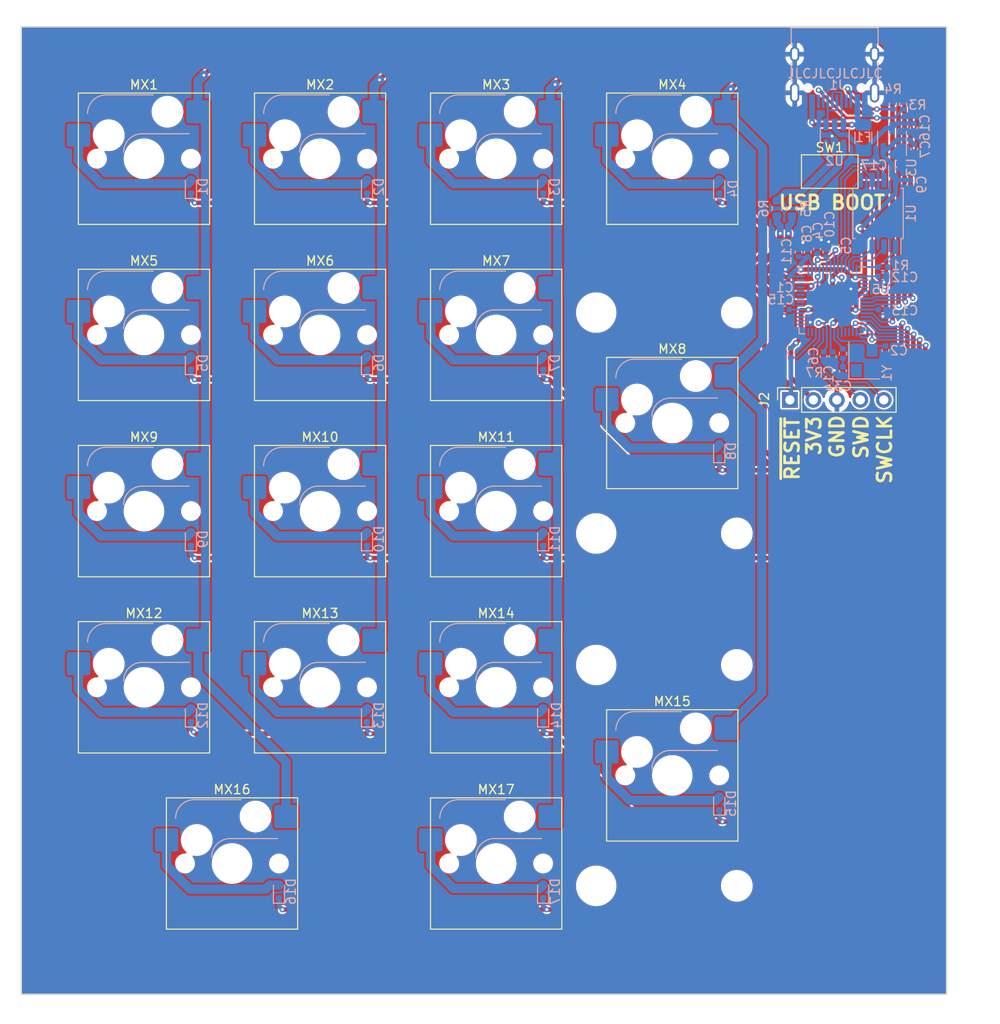
<source format=kicad_pcb>
(kicad_pcb (version 20221018) (generator pcbnew)
  (layers (0 "F.Cu" signal) (31 "B.Cu" signal) (34 "B.Paste" user) (35 "F.Paste" user) (36 "B.SilkS" user "B.Silkscreen") (37 "F.SilkS" user "F.Silkscreen") (38 "B.Mask" user) (39 "F.Mask" user) (44 "Edge.Cuts" user))
  (net 0 "")
  (net 1 "+3V3")
  (net 2 "GND")
  (net 3 "XTAL_IN")
  (net 4 "/XTAL_O")
  (net 5 "+1V1")
  (net 6 "+5V")
  (net 7 "VBUS")
  (net 8 "/CC1")
  (net 9 "D_USB_P")
  (net 10 "D_USB_N")
  (net 11 "/CC2")
  (net 12 "ROW1")
  (net 13 "~{RESET}")
  (net 14 "SWD")
  (net 15 "SWCLK")
  (net 16 "/GPIO14")
  (net 17 "/GPIO15")
  (net 18 "/GPIO16")
  (net 19 "/GPIO17")
  (net 20 "/GPIO18")
  (net 21 "/GPIO19")
  (net 22 "/GPIO0")
  (net 23 "/GPIO1")
  (net 24 "/GPIO2")
  (net 25 "/GPIO3")
  (net 26 "/GPIO4")
  (net 27 "COL4")
  (net 28 "/~{USB_BOOT}")
  (net 29 "CS")
  (net 30 "D_P")
  (net 31 "D_N")
  (net 32 "XTAL_OUT")
  (net 33 "SD1")
  (net 34 "SD2")
  (net 35 "SD0")
  (net 36 "QSPI_CLK")
  (net 37 "SD3")
  (net 38 "/GPIO20")
  (net 39 "/GPIO21")
  (net 40 "/GPIO22")
  (net 41 "/GPIO23")
  (net 42 "/GPIO24")
  (net 43 "/GPIO25")
  (net 44 "/GPIO26")
  (net 45 "/GPIO27")
  (net 46 "/GPIO28")
  (net 47 "/GPIO29")
  (net 48 "Net-(D1-A)")
  (net 49 "Net-(D2-A)")
  (net 50 "Net-(D3-A)")
  (net 51 "Net-(D4-A)")
  (net 52 "ROW2")
  (net 53 "Net-(D5-A)")
  (net 54 "Net-(D6-A)")
  (net 55 "Net-(D7-A)")
  (net 56 "Net-(D8-A)")
  (net 57 "ROW3")
  (net 58 "Net-(D9-A)")
  (net 59 "Net-(D10-A)")
  (net 60 "Net-(D11-A)")
  (net 61 "ROW4")
  (net 62 "Net-(D12-A)")
  (net 63 "Net-(D13-A)")
  (net 64 "Net-(D14-A)")
  (net 65 "Net-(D15-A)")
  (net 66 "ROW5")
  (net 67 "Net-(D16-A)")
  (net 68 "Net-(D17-A)")
  (net 71 "USBD_P")
  (net 72 "COL1")
  (net 73 "COL2")
  (net 74 "COL3")
  (net 75 "USBD_N")
  (footprint "PCM_Switch_Keyboard_Hotswap_Kailh:SW_Hotswap_Kailh_MX_1.00u" (layer "F.Cu") (at 90.625 34.461)
    (fp_text reference "MX4")
    (fp_text value "SW_Push")
  )
  (footprint "Button_Switch_SMD:SW_SPST_FSMSM" (layer "F.Cu") (at 107.66 35.85)
    (fp_text reference "SW1")
    (fp_text value "SW_Push")
  )
  (footprint "PCM_Mounting_Keyboard_Stabilizer:Stabilizer_Cherry_MX_2.00u" (layer "F.Cu") (at 90.625 63.036 -90)
    (fp_text reference "REF**" hide)
    (fp_text value "Stabilizer_Cherry_MX_2.00u")
  )
  (footprint "PCM_Switch_Keyboard_Hotswap_Kailh:SW_Hotswap_Kailh_MX_2.00u" (layer "F.Cu") (at 43 110.661)
    (fp_text reference "MX16")
    (fp_text value "SW_Push")
  )
  (footprint "PCM_Switch_Keyboard_Hotswap_Kailh:SW_Hotswap_Kailh_MX_1.00u" (layer "F.Cu") (at 33.475 72.561)
    (fp_text reference "MX9")
    (fp_text value "SW_Push")
  )
  (footprint "PCM_Switch_Keyboard_Hotswap_Kailh:SW_Hotswap_Kailh_MX_1.00u" (layer "F.Cu") (at 52.525 72.561)
    (fp_text reference "MX10")
    (fp_text value "SW_Push")
  )
  (footprint "PCM_Switch_Keyboard_Hotswap_Kailh:SW_Hotswap_Kailh_MX_2.00u_90deg" (layer "F.Cu") (at 90.625 63.036)
    (fp_text reference "MX8")
    (fp_text value "SW_Push")
  )
  (footprint "PCM_Switch_Keyboard_Hotswap_Kailh:SW_Hotswap_Kailh_MX_2.00u_90deg" (layer "F.Cu") (at 90.625 101.136)
    (fp_text reference "MX15")
    (fp_text value "SW_Push")
  )
  (footprint "PCM_Switch_Keyboard_Hotswap_Kailh:SW_Hotswap_Kailh_MX_1.00u" (layer "F.Cu") (at 71.575 34.461)
    (fp_text reference "MX3")
    (fp_text value "SW_Push")
  )
  (footprint "PCM_Switch_Keyboard_Hotswap_Kailh:SW_Hotswap_Kailh_MX_1.00u" (layer "F.Cu") (at 71.575 110.661)
    (fp_text reference "MX17")
    (fp_text value "SW_Push")
  )
  (footprint "PCM_Switch_Keyboard_Hotswap_Kailh:SW_Hotswap_Kailh_MX_1.00u" (layer "F.Cu") (at 52.525 91.611)
    (fp_text reference "MX13")
    (fp_text value "SW_Push")
  )
  (footprint "PCM_Switch_Keyboard_Hotswap_Kailh:SW_Hotswap_Kailh_MX_1.00u" (layer "F.Cu") (at 52.525 53.511)
    (fp_text reference "MX6")
    (fp_text value "SW_Push")
  )
  (footprint "Connector_PinSocket_2.54mm:PinSocket_1x05_P2.54mm_Vertical" (layer "F.Cu") (at 103.35 60.536 90)
    (fp_text reference "J2")
    (fp_text value "SWD")
  )
  (footprint "PCM_Switch_Keyboard_Hotswap_Kailh:SW_Hotswap_Kailh_MX_1.00u" (layer "F.Cu") (at 71.575 72.561)
    (fp_text reference "MX11")
    (fp_text value "SW_Push")
  )
  (footprint "PCM_Switch_Keyboard_Hotswap_Kailh:SW_Hotswap_Kailh_MX_2.00u_90deg" (layer "F.Cu") (at 33.475 91.611)
    (fp_text reference "MX12")
    (fp_text value "SW_Push")
  )
  (footprint "PCM_Switch_Keyboard_Hotswap_Kailh:SW_Hotswap_Kailh_MX_1.00u" (layer "F.Cu") (at 52.525 34.461)
    (fp_text reference "MX2")
    (fp_text value "SW_Push")
  )
  (footprint "PCM_Switch_Keyboard_Hotswap_Kailh:SW_Hotswap_Kailh_MX_1.00u" (layer "F.Cu") (at 71.575 53.511)
    (fp_text reference "MX7")
    (fp_text value "SW_Push")
  )
  (footprint "PCM_Switch_Keyboard_Hotswap_Kailh:SW_Hotswap_Kailh_MX_1.00u" (layer "F.Cu") (at 33.475 34.461)
    (fp_text reference "MX1")
    (fp_text value "SW_Push")
  )
  (footprint "PCM_Switch_Keyboard_Hotswap_Kailh:SW_Hotswap_Kailh_MX_1.00u" (layer "F.Cu") (at 33.475 53.511)
    (fp_text reference "MX5")
    (fp_text value "SW_Push")
  )
  (footprint "PCM_Mounting_Keyboard_Stabilizer:Stabilizer_Cherry_MX_2.00u" (layer "F.Cu") (at 90.625 101.136 -90)
    (fp_text reference "REF**" hide)
    (fp_text value "Stabilizer_Cherry_MX_2.00u")
  )
  (footprint "PCM_Switch_Keyboard_Hotswap_Kailh:SW_Hotswap_Kailh_MX_1.00u" (layer "F.Cu") (at 71.575 91.611)
    (fp_text reference "MX14")
    (fp_text value "SW_Push")
  )
  (footprint "Diode_SMD:D_SOD-523" (layer "B.Cu") (at 76.655 56.541 90)
    (fp_text reference "D7")
    (fp_text value "1N4148WT")
  )
  (footprint "Diode_SMD:D_SOD-523" (layer "B.Cu") (at 76.655 37.491 90)
    (fp_text reference "D3")
    (fp_text value "1N4148WT")
  )
  (footprint "Capacitor_SMD:C_0402_1005Metric" (layer "B.Cu") (at 106.2875 44.236 90)
    (fp_text reference "C4")
    (fp_text value "1uF")
  )
  (footprint "Diode_SMD:D_SOD-523" (layer "B.Cu") (at 95.705 104.166 90)
    (fp_text reference "D15")
    (fp_text value "1N4148WT")
  )
  (footprint "Resistor_SMD:R_0603_1608Metric" (layer "B.Cu") (at 101.95 39.836 -90)
    (fp_text reference "R6")
    (fp_text value "27R")
  )
  (footprint "Fuse:Fuse_1206_3216Metric" (layer "B.Cu") (at 111.3 32.191 -90)
    (fp_text reference "F1")
    (fp_text value "500mA")
  )
  (footprint "Package_DFN_QFN:QFN-56-1EP_7x7mm_P0.4mm_EP3.2x3.2mm" (layer "B.Cu") (at 107.95 49.7735 180)
    (fp_text reference "U5")
    (fp_text value "RP2040")
  )
  (footprint "Resistor_SMD:R_0402_1005Metric" (layer "B.Cu") (at 115.6 28.591 90)
    (fp_text reference "R3")
    (fp_text value "5k1")
  )
  (footprint "Resistor_SMD:R_0402_1005Metric" (layer "B.Cu") (at 114.5 28.591 90)
    (fp_text reference "R4")
    (fp_text value "5k1")
  )
  (footprint "Package_SO:SOIC-8_5.23x5.23mm_P1.27mm" (layer "B.Cu") (at 112.8875 40.3735 90)
    (fp_text reference "U1")
    (fp_text value "W25Q128JVS")
  )
  (footprint "Capacitor_SMD:C_0402_1005Metric" (layer "B.Cu") (at 104.2875 44.5735 90)
    (fp_text reference "C11")
    (fp_text value "100nF" hide)
  )
  (footprint "Connector_USB:USB_C_Receptacle_HRO_TYPE-C-31-M-12" (layer "B.Cu") (at 108.19 24.2)
    (fp_text reference "J1")
    (fp_text value "USB_C_Receptacle_USB2.0")
  )
  (footprint "Capacitor_SMD:C_0402_1005Metric" (layer "B.Cu") (at 105.2875 44.5735 90)
    (fp_text reference "C8")
    (fp_text value "1uF")
  )
  (footprint "Diode_SMD:D_SOD-523" (layer "B.Cu") (at 76.655 113.691 90)
    (fp_text reference "D17")
    (fp_text value "1N4148WT")
  )
  (footprint "Capacitor_SMD:C_0402_1005Metric" (layer "B.Cu") (at 114.8 34.991 180)
    (fp_text reference "C17")
    (fp_text value "1uF")
  )
  (footprint "Diode_SMD:D_SOD-523" (layer "B.Cu") (at 76.655 75.591 90)
    (fp_text reference "D11")
    (fp_text value "1N4148WT")
  )
  (footprint "Capacitor_SMD:C_0402_1005Metric" (layer "B.Cu") (at 113.3875 50.7735)
    (fp_text reference "C13")
    (fp_text value "100nF")
  )
  (footprint "Diode_SMD:D_SOD-523" (layer "B.Cu") (at 95.705 66.066 90)
    (fp_text reference "D8")
    (fp_text value "1N4148WT")
  )
  (footprint "Diode_SMD:D_SOD-523" (layer "B.Cu") (at 38.555 56.541 90)
    (fp_text reference "D5")
    (fp_text value "1N4148WT")
  )
  (footprint "Capacitor_SMD:C_0402_1005Metric" (layer "B.Cu") (at 116.75 31.111 90)
    (fp_text reference "C16")
    (fp_text value "1uF")
  )
  (footprint "Capacitor_SMD:C_0402_1005Metric" (layer "B.Cu") (at 107.2875 44.5735 90)
    (fp_text reference "C10")
    (fp_text value "100nF")
  )
  (footprint "Capacitor_SMD:C_0402_1005Metric" (layer "B.Cu") (at 102.7875 50.7735 180)
    (fp_text reference "C15")
    (fp_text value "100nF")
  )
  (footprint "Package_TO_SOT_SMD:SOT-23-6" (layer "B.Cu") (at 108.2 31.891 90)
    (fp_text reference "U2")
    (fp_text value "USBLC6-2SC6")
  )
  (footprint "Capacitor_SMD:C_0402_1005Metric" (layer "B.Cu") (at 106.9875 55.836 -90)
    (fp_text reference "C6")
    (fp_text value "100nF")
  )
  (footprint "Resistor_SMD:R_0402_1005Metric" (layer "B.Cu") (at 113.3975 46.1735 180)
    (fp_text reference "R1")
    (fp_text value "1k")
  )
  (footprint "Diode_SMD:D_SOD-523" (layer "B.Cu") (at 57.605 94.641 90)
    (fp_text reference "D13")
    (fp_text value "1N4148WT")
  )
  (footprint "Diode_SMD:D_SOD-523" (layer "B.Cu") (at 38.555 94.641 90)
    (fp_text reference "D12")
    (fp_text value "1N4148WT")
  )
  (footprint "Capacitor_SMD:C_0402_1005Metric" (layer "B.Cu") (at 108.2875 43.8735 90)
    (fp_text reference "C5")
    (fp_text value "100nF")
  )
  (footprint "Diode_SMD:D_SOD-523" (layer "B.Cu") (at 38.555 37.491 90)
    (fp_text reference "D1")
    (fp_text value "1N4148WT")
  )
  (footprint "Capacitor_SMD:C_0402_1005Metric" (layer "B.Cu") (at 116.8 33.4 -90)
    (fp_text reference "C7")
    (fp_text value "10uF")
  )
  (footprint "Capacitor_SMD:C_0402_1005Metric" (layer "B.Cu") (at 102.8075 47.1735 180)
    (fp_text reference "C1")
    (fp_text value "100nF")
  )
  (footprint "Capacitor_SMD:C_0402_1005Metric" (layer "B.Cu") (at 113.6875 55.1735 90)
    (fp_text reference "C2")
    (fp_text value "22pF")
  )
  (footprint "Capacitor_SMD:C_0402_1005Metric" (layer "B.Cu") (at 116.3875 37.2735 -90)
    (fp_text reference "C9")
    (fp_text value "100nF")
  )
  (footprint "Diode_SMD:D_SOD-523" (layer "B.Cu") (at 57.605 56.541 90)
    (fp_text reference "D6")
    (fp_text value "1N4148WT")
  )
  (footprint "Capacitor_SMD:C_0402_1005Metric" (layer "B.Cu") (at 109.0875 57.436 90)
    (fp_text reference "C3")
    (fp_text value "22pF")
  )
  (footprint "Resistor_SMD:R_0603_1608Metric" (layer "B.Cu") (at 103.55 39.836 -90)
    (fp_text reference "R5")
    (fp_text value "27R")
  )
  (footprint "Diode_SMD:D_SOD-523" (layer "B.Cu") (at 95.705 37.491 90)
    (fp_text reference "D4")
    (fp_text value "1N4148WT")
  )
  (footprint "Diode_SMD:D_SOD-523" (layer "B.Cu") (at 48.08 113.691 90)
    (fp_text reference "D16")
    (fp_text value "1N4148WT")
  )
  (footprint "Crystal:Crystal_SMD_3225-4Pin_3.2x2.5mm" (layer "B.Cu") (at 111.3875 56.2735 90)
    (fp_text reference "Y1")
    (fp_text value "12MHz")
  )
  (footprint "Resistor_SMD:R_0402_1005Metric" (layer "B.Cu") (at 103.45 55.446 -90)
    (fp_text reference "R2" hide)
    (fp_text value "1k")
  )
  (footprint "Capacitor_SMD:C_0402_1005Metric" (layer "B.Cu") (at 113.3875 47.1735)
    (fp_text reference "C12")
    (fp_text value "100nF")
  )
  (footprint "Diode_SMD:D_SOD-523" (layer "B.Cu") (at 57.605 75.591 90)
    (fp_text reference "D10")
    (fp_text value "1N4148WT")
  )
  (footprint "Diode_SMD:D_SOD-523" (layer "B.Cu") (at 38.555 75.591 90)
    (fp_text reference "D9")
    (fp_text value "1N4148WT")
  )
  (footprint "Diode_SMD:D_SOD-523" (layer "B.Cu") (at 57.605 37.491 90)
    (fp_text reference "D2")
    (fp_text value "1N4148WT")
  )
  (footprint "Resistor_SMD:R_0402_1005Metric" (layer "B.Cu") (at 109.0875 55.536 90)
    (fp_text reference "R7")
    (fp_text value "1k")
  )
  (footprint "Diode_SMD:D_SOD-523" (layer "B.Cu") (at 76.655 94.641 90)
    (fp_text reference "D14")
    (fp_text value "1N4148WT")
  )
  (footprint "Capacitor_SMD:C_0402_1005Metric" (layer "B.Cu") (at 107.9875 55.836 -90)
    (fp_text reference "C14")
    (fp_text value "100nF")
  )
  (footprint "Package_TO_SOT_SMD:SOT-23-3" (layer "B.Cu") (at 114.4 32.291 90)
    (fp_text reference "U3")
    (fp_text value "XC6206PxxxMR")
  )
  (gr_rect (start 20.2 20.2) (end 120.3 124.8) (stroke (width 0.15)) (fill none) (layer "Edge.Cuts"))
  (gr_text "JLCJLCJLCJLC" (at 108.25 25.25) (layer "B.SilkS") (effects (font (size 1 1))))
  (gr_text "SWCLK" (at 113.6 65.9 90) (layer "F.SilkS") (effects (font (size 1.5 1.5) (thickness 0.3))))
  (gr_text "GND" (at 108.45 64.5 90) (layer "F.SilkS") (effects (font (size 1.5 1.5) (thickness 0.3))))
  (gr_text "3V3" (at 105.95 64.4 90) (layer "F.SilkS") (effects (font (size 1.5 1.5) (thickness 0.3))))
  (gr_text "~{RESET}" (at 103.6 65.8 90) (layer "F.SilkS") (effects (font (size 1.5 1.5) (thickness 0.3))))
  (gr_text "SWD" (at 111.05 64.55 90) (layer "F.SilkS") (effects (font (size 1.5 1.5) (thickness 0.3))))
  (gr_text "USB BOOT" (at 107.9 39.2) (layer "F.SilkS") (effects (font (size 1.5 1.5) (thickness 0.3))))
  (segment (start 104.55 53.836) (end 104.55 50.836) (width 0.5) (layer "F.Cu") (net 1))
  (segment (start 111.45 47.136) (end 111.45 48.536) (width 0.5) (layer "F.Cu") (net 1))
  (segment (start 110.528122 50.721878) (end 110.45 50.8) (width 0.5) (layer "F.Cu") (net 1))
  (segment (start 104 54.386) (end 104.55 53.836) (width 0.5) (layer "F.Cu") (net 1))
  (segment (start 107.967132 47.614884) (end 107.967132 50.018868) (width 0.5) (layer "F.Cu") (net 1))
  (segment (start 105.294308 50.836) (end 105.356112 50.774196) (width 0.5) (layer "F.Cu") (net 1))
  (segment (start 111.45 46.336) (end 111.45 46.736) (width 0.5) (layer "F.Cu") (net 1))
  (segment (start 110.401193 50.751193) (end 110.45 50.8) (width 0.5) (layer "F.Cu") (net 1))
  (segment (start 107.967132 47.184852) (end 107.967132 47.614884) (width 0.5) (layer "F.Cu") (net 1))
  (segment (start 111.45 48.536) (end 110.528122 49.457878) (width 0.5) (layer "F.Cu") (net 1))
  (segment (start 103.45 58.096) (end 105.89 60.536) (width 0.5) (layer "F.Cu") (net 1))
  (segment (start 109.534807 50.751193) (end 110.401193 50.751193) (width 0.5) (layer "F.Cu") (net 1))
  (segment (start 109.184016 46.436) (end 109.271016 46.523) (width 0.5) (layer "F.Cu") (net 1))
  (segment (start 110.95 42.036) (end 111.45 42.536) (width 0.5) (layer "F.Cu") (net 1))
  (segment (start 107.967132 50.018868) (end 107.211804 50.774196) (width 0.5) (layer "F.Cu") (net 1))
  (segment (start 103.45 54.936) (end 103.45 58.096) (width 0.5) (layer "F.Cu") (net 1))
  (segment (start 111.45 47.136) (end 110.95 47.136) (width 0.5) (layer "F.Cu") (net 1))
  (segment (start 111.45 42.536) (end 111.45 46.336) (width 0.5) (layer "F.Cu") (net 1))
  (segment (start 104.55 50.836) (end 105.294308 50.836) (width 0.5) (layer "F.Cu") (net 1))
  (segment (start 104.55 46.436) (end 109.184016 46.436) (width 0.5) (layer "F.Cu") (net 1))
  (segment (start 111.45 46.736) (end 111.45 47.136) (width 0.5) (layer "F.Cu") (net 1))
  (segment (start 110.95 47.136) (end 110.588696 47.136) (width 0.5) (layer "F.Cu") (net 1))
  (segment (start 109.271016 46.523) (end 108.628984 46.523) (width 0.5) (layer "F.Cu") (net 1))
  (segment (start 104 54.386) (end 103.45 54.936) (width 0.5) (layer "F.Cu") (net 1))
  (segment (start 107.211804 50.774196) (end 105.356112 50.774196) (width 0.5) (layer "F.Cu") (net 1))
  (segment (start 110.95 47.136) (end 109.884016 47.136) (width 0.5) (layer "F.Cu") (net 1))
  (segment (start 110.588696 47.136) (end 110.43087 47.293826) (width 0.5) (layer "F.Cu") (net 1))
  (segment (start 108.628984 46.523) (end 107.967132 47.184852) (width 0.5) (layer "F.Cu") (net 1))
  (segment (start 109.884016 47.136) (end 109.271016 46.523) (width 0.5) (layer "F.Cu") (net 1))
  (segment (start 109.534807 50.751193) (end 108.05 52.236) (width 0.5) (layer "F.Cu") (net 1))
  (segment (start 110.528122 49.457878) (end 110.528122 50.721878) (width 0.5) (layer "F.Cu") (net 1))
  (via (at 110.95 42.036) (size 0.65) (drill 0.3) (layers "F.Cu" "B.Cu") (net 1))
  (via (at 107.967132 47.614884) (size 0.65) (drill 0.3) (layers "F.Cu" "B.Cu") (net 1))
  (via (at 104 54.386) (size 0.65) (drill 0.3) (layers "F.Cu" "B.Cu") (net 1))
  (via (at 110.45 50.8) (size 0.65) (drill 0.3) (layers "F.Cu" "B.Cu") (net 1))
  (via (at 110.43087 47.293826) (size 0.65) (drill 0.3) (layers "F.Cu" "B.Cu") (net 1))
  (via (at 105.356112 50.774196) (size 0.65) (drill 0.3) (layers "F.Cu" "B.Cu") (net 1))
  (via (at 108.05 52.236) (size 0.65) (drill 0.3) (layers "F.Cu" "B.Cu") (net 1))
  (via (at 104.55 46.436) (size 0.65) (drill 0.3) (layers "F.Cu" "B.Cu") (net 1))
  (segment (start 111.3875 47.1735) (end 110.551196 47.1735) (width 0.2) (layer "B.Cu") (net 1))
  (segment (start 105.75 45.736) (end 105.75 46.336) (width 0.2) (layer "B.Cu") (net 1))
  (segment (start 104.5125 50.7735) (end 103.2675 50.7735) (width 0.2) (layer "B.Cu") (net 1))
  (segment (start 107.75 45.516) (end 107.2875 45.0535) (width 0.2) (layer "B.Cu") (net 1))
  (segment (start 113.45 33.4285) (end 113.909683 33.4285) (width 0.5) (layer "B.Cu") (net 1))
  (segment (start 104.55 45.791) (end 105.2875 45.0535) (width 0.5) (layer "B.Cu") (net 1))
  (segment (start 112.9075 50.7735) (end 111.3875 50.7735) (width 0.2) (layer "B.Cu") (net 1))
  (segment (start 105.35 46.336) (end 105.35 47.011) (width 0.2) (layer "B.Cu") (net 1))
  (segment (start 104 54.386) (end 103.45 54.936) (width 0.5) (layer "B.Cu") (net 1))
  (segment (start 105.356112 50.774196) (end 105.355416 50.7735) (width 0.2) (layer "B.Cu") (net 1))
  (segment (start 107.35 45.116) (end 107.2875 45.0535) (width 0.2) (layer "B.Cu") (net 1))
  (segment (start 107.75 55.1185) (end 107.9875 55.356) (width 0.2) (layer "B.Cu") (net 1))
  (segment (start 104.5125 47.1735) (end 103.2875 47.1735) (width 0.2) (layer "B.Cu") (net 1))
  (segment (start 114.7925 36.7735) (end 116.3675 36.7735) (width 0.5) (layer "B.Cu") (net 1))
  (segment (start 116.3675 36.7735) (end 116.3875 36.7935) (width 0.5) (layer "B.Cu") (net 1))
  (segment (start 110.4765 50.7735) (end 110.45 50.8) (width 0.2) (layer "B.Cu") (net 1))
  (segment (start 114.972183 32.366) (end 116.246 32.366) (width 0.5) (layer "B.Cu") (net 1))
  (segment (start 105.55 45.316) (end 105.55 45.536) (width 0.2) (layer "B.Cu") (net 1))
  (segment (start 107.75 46.336) (end 107.75 45.516) (width 0.2) (layer "B.Cu") (net 1))
  (segment (start 105.376471 47.062471) (end 105.75 47.062471) (width 0.2) (layer "B.Cu") (net 1))
  (segment (start 107.75 52.536) (end 108.05 52.236) (width 0.2) (layer "B.Cu") (net 1))
  (segment (start 107.967132 47.269248) (end 107.75 47.052116) (width 0.2) (layer "B.Cu") (net 1))
  (segment (start 107.75 53.211) (end 107.75 55.1185) (width 0.2) (layer "B.Cu") (net 1))
  (segment (start 105.55 45.536) (end 105.75 45.736) (width 0.2) (layer "B.Cu") (net 1))
  (segment (start 104.55 46.436) (end 104.55 45.791) (width 0.5) (layer "B.Cu") (net 1))
  (segment (start 105.355416 50.7735) (end 104.5125 50.7735) (width 0.2) (layer "B.Cu") (net 1))
  (segment (start 107.75 53.211) (end 107.75 52.536) (width 0.2) (layer "B.Cu") (net 1))
  (segment (start 113.45 34.121) (end 114.32 34.991) (width 0.5) (layer "B.Cu") (net 1))
  (segment (start 105.75 47.062471) (end 105.75 46.336) (width 0.2) (layer "B.Cu") (net 1))
  (segment (start 105.35 47.036) (end 105.376471 47.062471) (width 0.2) (layer "B.Cu") (net 1))
  (segment (start 107.35 46.336) (end 107.35 45.116) (width 0.2) (layer "B.Cu") (net 1))
  (segment (start 105.2875 45.0535) (end 105.55 45.316) (width 0.2) (layer "B.Cu") (net 1))
  (segment (start 104.2875 45.0535) (end 105.2875 45.0535) (width 0.2) (layer "B.Cu") (net 1))
  (segment (start 113.45 33.4285) (end 113.45 34.121) (width 0.5) (layer "B.Cu") (net 1))
  (segment (start 104.55 46.436) (end 104.025 46.436) (width 0.5) (layer "B.Cu") (net 1))
  (segment (start 114.32 34.991) (end 114.32 36.301) (width 0.5) (layer "B.Cu") (net 1))
  (segment (start 113.909683 33.4285) (end 114.972183 32.366) (width 0.5) (layer "B.Cu") (net 1))
  (segment (start 112.9075 47.1735) (end 111.3875 47.1735) (width 0.2) (layer "B.Cu") (net 1))
  (segment (start 107.967132 47.614884) (end 107.967132 47.269248) (width 0.2) (layer "B.Cu") (net 1))
  (segment (start 116.246 32.366) (end 116.8 32.92) (width 0.5) (layer "B.Cu") (net 1))
  (segment (start 114.32 36.301) (end 114.7925 36.7735) (width 0.5) (layer "B.Cu") (net 1))
  (segment (start 111.3875 50.7735) (end 110.4765 50.7735) (width 0.2) (layer "B.Cu") (net 1))
  (segment (start 114.7925 38.1935) (end 110.95 42.036) (width 0.5) (layer "B.Cu") (net 1))
  (segment (start 104.025 46.436) (end 103.2875 47.1735) (width 0.5) (layer "B.Cu") (net 1))
  (segment (start 114.7925 36.7735) (end 114.7925 38.1935) (width 0.5) (layer "B.Cu") (net 1))
  (segment (start 110.551196 47.1735) (end 110.43087 47.293826) (width 0.2) (layer "B.Cu") (net 1))
  (segment (start 107.75 47.052116) (end 107.75 46.336) (width 0.2) (layer "B.Cu") (net 1))
  (segment (start 106.353984 53.236) (end 111.45 53.236) (width 0.5) (layer "F.Cu") (net 2))
  (segment (start 105.55 52.136) (end 105.55 52.432016) (width 0.5) (layer "F.Cu") (net 2))
  (segment (start 105.55 52.432016) (end 106.353984 53.236) (width 0.5) (layer "F.Cu") (net 2))
  (via (at 107.55 43.436) (size 0.6) (drill 0.3) (layers "F.Cu" "B.Cu") (net 2))
  (via (at 107.905864 32.009636) (size 0.6) (drill 0.3) (layers "F.Cu" "B.Cu") (net 2))
  (via (at 106.75 43.236) (size 0.6) (drill 0.3) (layers "F.Cu" "B.Cu") (net 2))
  (via (at 113.524333 47.806308) (size 0.65) (drill 0.3) (layers "F.Cu" "B.Cu") (net 2))
  (via (at 105.55 52.136) (size 0.6) (drill 0.3) (layers "F.Cu" "B.Cu") (net 2))
  (via (at 102.868502 46.428068) (size 0.6) (drill 0.3) (layers "F.Cu" "B.Cu") (net 2))
  (via (at 102.736659 51.480906) (size 0.65) (drill 0.3) (layers "F.Cu" "B.Cu") (net 2))
  (via (at 113.4063 51.502806) (size 0.65) (drill 0.3) (layers "F.Cu" "B.Cu") (net 2))
  (via (at 109.95 48.536) (size 0.6) (drill 0.3) (layers "F.Cu" "B.Cu") (net 2))
  (via (at 108.15 57.336) (size 0.6) (drill 0.3) (layers "F.Cu" "B.Cu") (net 2))
  (via (at 104.75 43.536) (size 0.6) (drill 0.3) (layers "F.Cu" "B.Cu") (net 2))
  (via (at 111.45 53.236) (size 0.6) (drill 0.3) (layers "F.Cu" "B.Cu") (net 2))
  (segment (start 102.3075 50.7735) (end 102.3075 51.051747) (width 0.2) (layer "B.Cu") (net 2))
  (segment (start 102.3275 46.96907) (end 102.868502 46.428068) (width 0.2) (layer "B.Cu") (net 2))
  (segment (start 104.2875 43.9985) (end 104.75 43.536) (width 0.2) (layer "B.Cu") (net 2))
  (segment (start 107.2875 43.6985) (end 107.55 43.436) (width 0.2) (layer "B.Cu") (net 2))
  (segment (start 105.2875 44.0735) (end 104.75 43.536) (width 0.2) (layer "B.Cu") (net 2))
  (segment (start 106.2875 43.6985) (end 106.75 43.236) (width 0.2) (layer "B.Cu") (net 2))
  (segment (start 104.2875 44.0935) (end 104.2875 43.9985) (width 0.2) (layer "B.Cu") (net 2))
  (segment (start 108.2 33.0285) (end 108.2 32.303772) (width 0.5) (layer "B.Cu") (net 2))
  (segment (start 102.3275 47.1735) (end 102.3275 46.96907) (width 0.2) (layer "B.Cu") (net 2))
  (segment (start 106.9875 56.316) (end 107.23828 56.316) (width 0.2) (layer "B.Cu") (net 2))
  (segment (start 113.8675 51.041606) (end 113.4063 51.502806) (width 0.2) (layer "B.Cu") (net 2))
  (segment (start 105.2875 44.0935) (end 105.2875 44.0735) (width 0.2) (layer "B.Cu") (net 2))
  (segment (start 102.3075 51.051747) (end 102.736659 51.480906) (width 0.2) (layer "B.Cu") (net 2))
  (segment (start 113.8675 47.1735) (end 113.8675 47.463141) (width 0.2) (layer "B.Cu") (net 2))
  (segment (start 113.8675 47.463141) (end 113.524333 47.806308) (width 0.2) (layer "B.Cu") (net 2))
  (segment (start 108.2 32.303772) (end 107.905864 32.009636) (width 0.5) (layer "B.Cu") (net 2))
  (segment (start 107.2875 44.0935) (end 107.2875 43.6985) (width 0.2) (layer "B.Cu") (net 2))
  (segment (start 113.8675 50.7735) (end 113.8675 51.041606) (width 0.2) (layer "B.Cu") (net 2))
  (segment (start 107.55 43.436) (end 108.245 43.436) (width 0.2) (layer "B.Cu") (net 2))
  (segment (start 108.245 43.436) (end 108.2875 43.3935) (width 0.2) (layer "B.Cu") (net 2))
  (segment (start 106.2875 43.756) (end 106.2875 43.6985) (width 0.2) (layer "B.Cu") (net 2))
  (segment (start 108.55 53.211) (end 108.55 53.836) (width 0.2) (layer "B.Cu") (net 3))
  (segment (start 112.2375 55.0735) (end 112.2375 55.1735) (width 0.2) (layer "B.Cu") (net 3))
  (segment (start 113.6875 54.6935) (end 112.7175 54.6935) (width 0.2) (layer "B.Cu") (net 3))
  (segment (start 111.3375 54.1735) (end 112.2375 55.0735) (width 0.2) (layer "B.Cu") (net 3))
  (segment (start 108.55 53.836) (end 108.8875 54.1735) (width 0.2) (layer "B.Cu") (net 3))
  (segment (start 108.8875 54.1735) (end 111.3375 54.1735) (width 0.2) (layer "B.Cu") (net 3))
  (segment (start 112.7175 54.6935) (end 112.2375 55.1735) (width 0.2) (layer "B.Cu") (net 3))
  (segment (start 109.0875 56.956) (end 109.0875 56.046) (width 0.2) (layer "B.Cu") (net 4))
  (segment (start 110.5375 57.3735) (end 109.505 57.3735) (width 0.2) (layer "B.Cu") (net 4))
  (segment (start 109.505 57.3735) (end 109.0875 56.956) (width 0.2) (layer "B.Cu") (net 4))
  (segment (start 107.235616 45.390884) (end 108.273 44.3535) (width 0.2) (layer "F.Cu") (net 5))
  (segment (start 106.45 52.236) (end 107.15 52.236) (width 0.2) (layer "F.Cu") (net 5))
  (segment (start 106.361742 45.390884) (end 107.235616 45.390884) (width 0.2) (layer "F.Cu") (net 5))
  (segment (start 108.95 50.436) (end 108.95 47.298) (width 0.2) (layer "F.Cu") (net 5))
  (segment (start 107.15 52.236) (end 108.95 50.436) (width 0.2) (layer "F.Cu") (net 5))
  (via (at 108.273 44.3535) (size 0.65) (drill 0.3) (layers "F.Cu" "B.Cu") (net 5))
  (via (at 108.95 47.298) (size 0.65) (drill 0.3) (layers "F.Cu" "B.Cu") (net 5))
  (via (at 106.361742 45.390884) (size 0.65) (drill 0.3) (layers "F.Cu" "B.Cu") (net 5))
  (via (at 106.45 52.236) (size 0.65) (drill 0.3) (layers "F.Cu" "B.Cu") (net 5))
  (segment (start 108.95 47.298) (end 108.579525 47.298) (width 0.2) (layer "B.Cu") (net 5))
  (segment (start 107.35 53.211) (end 107.35 54.811) (width 0.2) (layer "B.Cu") (net 5))
  (segment (start 106.361742 45.390884) (end 106.361742 44.790242) (width 0.2) (layer "B.Cu") (net 5))
  (segment (start 108.2875 44.3535) (end 108.273 44.3535) (width 0.2) (layer "B.Cu") (net 5))
  (segment (start 106.15 45.602626) (end 106.361742 45.390884) (width 0.2) (layer "B.Cu") (net 5))
  (segment (start 106.15 46.336) (end 106.15 45.602626) (width 0.2) (layer "B.Cu") (net 5))
  (segment (start 107.35 52.678525) (end 107.35 53.211) (width 0.2) (layer "B.Cu") (net 5))
  (segment (start 106.361742 44.790242) (end 106.2875 44.716) (width 0.2) (layer "B.Cu") (net 5))
  (segment (start 106.45 52.236) (end 106.907475 52.236) (width 0.2) (layer "B.Cu") (net 5))
  (segment (start 108.15 44.491) (end 108.2875 44.3535) (width 0.2) (layer "B.Cu") (net 5))
  (segment (start 106.907475 52.236) (end 107.35 52.678525) (width 0.2) (layer "B.Cu") (net 5))
  (segment (start 108.15 46.868475) (end 108.15 46.336) (width 0.2) (layer "B.Cu") (net 5))
  (segment (start 108.579525 47.298) (end 108.15 46.868475) (width 0.2) (layer "B.Cu") (net 5))
  (segment (start 108.15 46.336) (end 108.15 44.491) (width 0.2) (layer "B.Cu") (net 5))
  (segment (start 107.35 54.811) (end 106.9875 55.1735) (width 0.2) (layer "B.Cu") (net 5))
  (segment (start 111.3 33.591) (end 113.7375 31.1535) (width 0.5) (layer "B.Cu") (net 6))
  (segment (start 114.4 31.1535) (end 114.9225 30.631) (width 0.5) (layer "B.Cu") (net 6))
  (segment (start 108.751472 31.866) (end 108.2 31.314528) (width 0.5) (layer "B.Cu") (net 6))
  (segment (start 109.575 31.866) (end 108.751472 31.866) (width 0.5) (layer "B.Cu") (net 6))
  (segment (start 113.7375 31.1535) (end 114.4 31.1535) (width 0.5) (layer "B.Cu") (net 6))
  (segment (start 108.2 31.314528) (end 108.2 30.7535) (width 0.5) (layer "B.Cu") (net 6))
  (segment (start 114.9225 30.631) (end 116.75 30.631) (width 0.5) (layer "B.Cu") (net 6))
  (segment (start 111.3 33.591) (end 109.575 31.866) (width 0.5) (layer "B.Cu") (net 6))
  (segment (start 105.991 30.791) (end 105.75 30.55) (width 0.5) (layer "F.Cu") (net 7))
  (segment (start 110.05 30.791) (end 105.991 30.791) (width 0.5) (layer "F.Cu") (net 7))
  (via (at 105.75 30.55) (size 0.6) (drill 0.3) (layers "F.Cu" "B.Cu") (net 7))
  (via (at 110.05 30.791) (size 0.65) (drill 0.3) (layers "F.Cu" "B.Cu") (net 7))
  (segment (start 111.3 30.791) (end 110.64 30.131) (width 0.6) (layer "B.Cu") (net 7))
  (segment (start 105.75 30.55) (end 105.75 28.255) (width 0.6) (layer "B.Cu") (net 7))
  (segment (start 111.3 30.791) (end 110.05 30.791) (width 0.5) (layer "B.Cu") (net 7))
  (segment (start 105.75 28.255) (end 105.74 28.245) (width 0.6) (layer "B.Cu") (net 7))
  (segment (start 110.64 30.131) (end 110.64 28.245) (width 0.6) (layer "B.Cu") (net 7))
  (segment (start 112.75 30.05) (end 109.45 30.05) (width 0.3) (layer "F.Cu") (net 8))
  (segment (start 109.45 30.05) (end 106.45 27.05) (width 0.3) (layer "F.Cu") (net 8))
  (via (at 112.75 30.05) (size 0.6) (drill 0.3) (layers "F.Cu" "B.Cu") (net 8))
  (via (at 106.45 27.05) (size 0.6) (drill 0.3) (layers "F.Cu" "B.Cu") (net 8))
  (segment (start 114.651 30.05) (end 112.75 30.05) (width 0.3) (layer "B.Cu") (net 8))
  (segment (start 106.62 27.05) (end 106.94 27.37) (width 0.3) (layer "B.Cu") (net 8))
  (segment (start 106.45 27.05) (end 106.62 27.05) (width 0.3) (layer "B.Cu") (net 8))
  (segment (start 106.94 27.37) (end 106.94 28.245) (width 0.3) (layer "B.Cu") (net 8))
  (segment (start 115.6 29.101) (end 114.651 30.05) (width 0.3) (layer "B.Cu") (net 8))
  (segment (start 108.94 30.5435) (end 109.15 30.7535) (width 0.2) (layer "B.Cu") (net 9))
  (segment (start 108.04 27.27) (end 108.89 27.27) (width 0.2) (layer "B.Cu") (net 9))
  (segment (start 107.94 28.245) (end 107.94 27.37) (width 0.2) (layer "B.Cu") (net 9))
  (segment (start 107.94 27.37) (end 108.04 27.27) (width 0.2) (layer "B.Cu") (net 9))
  (segment (start 108.94 28.245) (end 108.94 30.5435) (width 0.2) (layer "B.Cu") (net 9))
  (segment (start 108.94 27.32) (end 108.94 28.245) (width 0.2) (layer "B.Cu") (net 9))
  (segment (start 108.89 27.27) (end 108.94 27.32) (width 0.2) (layer "B.Cu") (net 9))
  (segment (start 108.39 29.22) (end 107.49 29.22) (width 0.2) (layer "B.Cu") (net 10))
  (segment (start 107.44 28.245) (end 107.44 30.5635) (width 0.2) (layer "B.Cu") (net 10))
  (segment (start 108.44 29.17) (end 108.39 29.22) (width 0.2) (layer "B.Cu") (net 10))
  (segment (start 108.44 28.245) (end 108.44 29.17) (width 0.2) (layer "B.Cu") (net 10))
  (segment (start 107.49 29.22) (end 107.44 29.17) (width 0.2) (layer "B.Cu") (net 10))
  (segment (start 107.44 29.17) (end 107.44 28.245) (width 0.2) (layer "B.Cu") (net 10))
  (segment (start 107.44 30.5635) (end 107.25 30.7535) (width 0.2) (layer "B.Cu") (net 10))
  (segment (start 109.6 26.9) (end 109.6 27.273469) (width 0.3) (layer "F.Cu") (net 11))
  (segment (start 111.426531 29.1) (end 112.75 29.1) (width 0.3) (layer "F.Cu") (net 11))
  (segment (start 109.6 27.273469) (end 111.426531 29.1) (width 0.3) (layer "F.Cu") (net 11))
  (via (at 109.6 26.9) (size 0.6) (drill 0.3) (layers "F.Cu" "B.Cu") (net 11))
  (via (at 112.75 29.1) (size 0.6) (drill 0.3) (layers "F.Cu" "B.Cu") (net 11))
  (segment (start 109.6 26.9) (end 109.94 27.24) (width 0.3) (layer "B.Cu") (net 11))
  (segment (start 109.94 27.24) (end 109.94 28.245) (width 0.3) (layer "B.Cu") (net 11))
  (segment (start 114.5 29.101) (end 112.751 29.101) (width 0.3) (layer "B.Cu") (net 11))
  (segment (start 112.751 29.101) (end 112.75 29.1) (width 0.2) (layer "B.Cu") (net 11))
  (segment (start 115.4 64.547524) (end 112.461524 67.486) (width 0.5) (layer "F.Cu") (net 12))
  (segment (start 115.4 52.386) (end 115.4 64.547524) (width 0.5) (layer "F.Cu") (net 12))
  (segment (start 112.461524 67.486) (end 102.1 67.486) (width 0.5) (layer "F.Cu") (net 12))
  (segment (start 115.55 52.236) (end 115.4 52.386) (width 0.5) (layer "F.Cu") (net 12))
  (segment (start 98.945 47.835127) (end 98.945 46.136872) (width 0.5) (layer "F.Cu") (net 12))
  (segment (start 100.6 44.481872) (end 100.6 41.986) (width 0.5) (layer "F.Cu") (net 12))
  (segment (start 38.95 39.236) (end 57.95 39.236) (width 0.5) (layer "F.Cu") (net 12))
  (segment (start 77.05 39.236) (end 96.05 39.236) (width 0.5) (layer "F.Cu") (net 12))
  (segment (start 57.95 39.236) (end 77.05 39.236) (width 0.5) (layer "F.Cu") (net 12))
  (segment (start 97.85 39.236) (end 96.05 39.236) (width 0.5) (layer "F.Cu") (net 12))
  (segment (start 100.6 41.986) (end 97.85 39.236) (width 0.5) (layer "F.Cu") (net 12))
  (segment (start 100.6 65.986) (end 100.6 49.490128) (width 0.5) (layer "F.Cu") (net 12))
  (segment (start 100.6 49.490128) (end 98.945 47.835127) (width 0.5) (layer "F.Cu") (net 12))
  (segment (start 102.1 67.486) (end 100.6 65.986) (width 0.5) (layer "F.Cu") (net 12))
  (segment (start 98.945 46.136872) (end 100.6 44.481872) (width 0.5) (layer "F.Cu") (net 12))
  (via (at 57.95 39.236) (size 0.6) (drill 0.3) (layers "F.Cu" "B.Cu") (net 12))
  (via (at 115.55 52.236) (size 0.6) (drill 0.3) (layers "F.Cu" "B.Cu") (net 12))
  (via (at 96.05 39.236) (size 0.6) (drill 0.3) (layers "F.Cu" "B.Cu") (net 12))
  (via (at 77.05 39.236) (size 0.6) (drill 0.3) (layers "F.Cu" "B.Cu") (net 12))
  (via (at 38.95 39.236) (size 0.6) (drill 0.3) (layers "F.Cu" "B.Cu") (net 12))
  (segment (start 113.231347 52.636) (end 115.15 52.636) (width 0.2) (layer "B.Cu") (net 12))
  (segment (start 95.705 38.191) (end 95.705 38.891) (width 0.5) (layer "B.Cu") (net 12))
  (segment (start 115.15 52.636) (end 115.55 52.236) (width 0.2) (layer "B.Cu") (net 12))
  (segment (start 38.555 38.841) (end 38.95 39.236) (width 0.5) (layer "B.Cu") (net 12))
  (segment (start 38.555 38.191) (end 38.555 38.841) (width 0.5) (layer "B.Cu") (net 12))
  (segment (start 111.3875 51.5735) (end 112.168847 51.5735) (width 0.2) (layer "B.Cu") (net 12))
  (segment (start 57.605 38.891) (end 57.95 39.236) (width 0.5) (layer "B.Cu") (net 12))
  (segment (start 57.605 38.191) (end 57.605 38.891) (width 0.5) (layer "B.Cu") (net 12))
  (segment (start 76.655 38.841) (end 77.05 39.236) (width 0.5) (layer "B.Cu") (net 12))
  (segment (start 112.168847 51.5735) (end 113.231347 52.636) (width 0.2) (layer "B.Cu") (net 12))
  (segment (start 76.655 38.191) (end 76.655 38.841) (width 0.5) (layer "B.Cu") (net 12))
  (segment (start 95.705 38.891) (end 96.05 39.236) (width 0.5) (layer "B.Cu") (net 12))
  (segment (start 104.098629 55.956) (end 103.45 55.956) (width 0.2) (layer "B.Cu") (net 13))
  (segment (start 103.45 55.956) (end 103.45 60.436) (width 0.5) (layer "B.Cu") (net 13))
  (segment (start 106.15 53.904629) (end 104.098629 55.956) (width 0.2) (layer "B.Cu") (net 13))
  (segment (start 106.15 53.211) (end 106.15 53.904629) (width 0.2) (layer "B.Cu") (net 13))
  (segment (start 103.45 60.436) (end 103.35 60.536) (width 0.5) (layer "B.Cu") (net 13))
  (segment (start 106.55 53.211) (end 106.55 54.070314) (width 0.2) (layer "B.Cu") (net 14))
  (segment (start 108.209561 59.036) (end 109.47 59.036) (width 0.2) (layer "B.Cu") (net 14))
  (segment (start 105.95 54.670315) (end 105.95 56.77644) (width 0.2) (layer "B.Cu") (net 14))
  (segment (start 105.95 56.77644) (end 108.209561 59.036) (width 0.2) (layer "B.Cu") (net 14))
  (segment (start 106.55 54.070314) (end 105.95 54.670315) (width 0.2) (layer "B.Cu") (net 14))
  (segment (start 109.47 59.036) (end 110.97 60.536) (width 0.2) (layer "B.Cu") (net 14))
  (segment (start 106.95 53.211) (end 106.95 54.236) (width 0.2) (layer "B.Cu") (net 15))
  (segment (start 106.35 56.610754) (end 108.375246 58.636) (width 0.2) (layer "B.Cu") (net 15))
  (segment (start 106.95 54.236) (end 106.35 54.836) (width 0.2) (layer "B.Cu") (net 15))
  (segment (start 108.375246 58.636) (end 111.61 58.636) (width 0.2) (layer "B.Cu") (net 15))
  (segment (start 106.35 54.836) (end 106.35 56.610754) (width 0.2) (layer "B.Cu") (net 15))
  (segment (start 111.61 58.636) (end 113.51 60.536) (width 0.2) (layer "B.Cu") (net 15))
  (segment (start 98.35 25.536) (end 113.516762 25.536) (width 0.5) (layer "F.Cu") (net 27))
  (segment (start 113.516762 25.536) (end 114.45 26.469238) (width 0.5) (layer "F.Cu") (net 27))
  (segment (start 114.45 26.469238) (end 114.45 52.0865) (width 0.5) (layer "F.Cu") (net 27))
  (segment (start 96.95 26.936) (end 98.35 25.536) (width 0.5) (layer "F.Cu") (net 27))
  (via (at 114.45 52.0865) (size 0.6) (drill 0.3) (layers "F.Cu" "B.Cu") (net 27))
  (via (at 96.95 26.936) (size 0.6) (drill 0.3) (layers "F.Cu" "B.Cu") (net 27))
  (segment (start 96.467 27.419) (end 96.95 26.936) (width 1) (layer "B.Cu") (net 27))
  (segment (start 96.467 29.381) (end 96.467 27.419) (width 1) (layer "B.Cu") (net 27))
  (segment (start 113.176821 52.0865) (end 114.45 52.0865) (width 0.2) (layer "B.Cu") (net 27))
  (segment (start 100.4 54.023) (end 96.467 57.956) (width 1) (layer "B.Cu") (net 27))
  (segment (start 111.3875 51.1735) (end 112.263821 51.1735) (width 0.2) (layer "B.Cu") (net 27))
  (segment (start 112.263821 51.1735) (end 113.176821 52.0865) (width 0.2) (layer "B.Cu") (net 27))
  (segment (start 96.467 57.956) (end 100.3 61.789) (width 1) (layer "B.Cu") (net 27))
  (segment (start 100.3 92.223) (end 96.467 96.056) (width 1) (layer "B.Cu") (net 27))
  (segment (start 96.467 29.381) (end 100.4 33.314) (width 1) (layer "B.Cu") (net 27))
  (segment (start 100.3 61.789) (end 100.3 92.223) (width 1) (layer "B.Cu") (net 27))
  (segment (start 100.4 33.314) (end 100.4 54.023) (width 1) (layer "B.Cu") (net 27))
  (segment (start 112.25 47.4) (end 113.55 48.7) (width 0.2) (layer "F.Cu") (net 28))
  (segment (start 112.25 35.85) (end 112.25 47.4) (width 0.2) (layer "F.Cu") (net 28))
  (via (at 113.55 48.7) (size 0.6) (drill 0.3) (layers "F.Cu" "B.Cu") (net 28))
  (segment (start 114.3975 46.6635) (end 113.9075 46.1735) (width 0.2) (layer "B.Cu") (net 28))
  (segment (start 113.55 48.7) (end 114.3975 47.8525) (width 0.2) (layer "B.Cu") (net 28))
  (segment (start 114.3975 47.8525) (end 114.3975 46.6635) (width 0.2) (layer "B.Cu") (net 28))
  (segment (start 110.55 46.336) (end 110.7125 46.1735) (width 0.2) (layer "B.Cu") (net 29))
  (segment (start 112.972317 46.1735) (end 114.7925 44.353317) (width 0.2) (layer "B.Cu") (net 29))
  (segment (start 112.8875 46.1735) (end 112.972317 46.1735) (width 0.2) (layer "B.Cu") (net 29))
  (segment (start 110.7125 46.1735) (end 112.8875 46.1735) (width 0.2) (layer "B.Cu") (net 29))
  (segment (start 114.7925 44.353317) (end 114.7925 43.9735) (width 0.2) (layer "B.Cu") (net 29))
  (segment (start 108.64 34.532251) (end 109.15 34.022251) (width 0.73) (layer "B.Cu") (net 30))
  (segment (start 108.64 35.268254) (end 108.64 34.532251) (width 0.73) (layer "B.Cu") (net 30))
  (segment (start 109.15 34.022251) (end 109.15 33.0285) (width 0.73) (layer "B.Cu") (net 30))
  (segment (start 104.897254 39.011) (end 108.64 35.268254) (width 0.73) (layer "B.Cu") (net 30))
  (segment (start 103.55 39.011) (end 104.897254 39.011) (width 0.73) (layer "B.Cu") (net 30))
  (segment (start 107.25 34.022251) (end 107.25 33.0285) (width 0.73) (layer "B.Cu") (net 31))
  (segment (start 102.83 38.131) (end 102.943837 38.131) (width 0.73) (layer "B.Cu") (net 31))
  (segment (start 107.76 34.903746) (end 107.76 34.532251) (width 0.73) (layer "B.Cu") (net 31))
  (segment (start 104.156163 38.131) (end 104.532746 38.131) (width 0.73) (layer "B.Cu") (net 31))
  (segment (start 102.943837 38.131) (end 102.978837 38.096) (width 0.73) (layer "B.Cu") (net 31))
  (segment (start 107.76 34.532251) (end 107.25 34.022251) (width 0.73) (layer "B.Cu") (net 31))
  (segment (start 101.95 39.011) (end 102.83 38.131) (width 0.73) (layer "B.Cu") (net 31))
  (segment (start 102.978837 38.096) (end 104.121163 38.096) (width 0.73) (layer "B.Cu") (net 31))
  (segment (start 104.121163 38.096) (end 104.156163 38.131) (width 0.73) (layer "B.Cu") (net 31))
  (segment (start 104.532746 38.131) (end 107.76 34.903746) (width 0.73) (layer "B.Cu") (net 31))
  (segment (start 108.15 54.001686) (end 108.15 53.211) (width 0.2) (layer "B.Cu") (net 32))
  (segment (start 109.0875 55.026) (end 109.0875 54.939186) (width 0.2) (layer "B.Cu") (net 32))
  (segment (start 109.0875 54.939186) (end 108.15 54.001686) (width 0.2) (layer "B.Cu") (net 32))
  (segment (start 110.15 45.685998) (end 110.362498 45.4735) (width 0.2) (layer "B.Cu") (net 33))
  (segment (start 110.15 46.336) (end 110.15 45.685998) (width 0.2) (layer "B.Cu") (net 33))
  (segment (start 112.188896 45.4735) (end 113.5225 44.139896) (width 0.2) (layer "B.Cu") (net 33))
  (segment (start 113.5225 44.139896) (end 113.5225 43.9735) (width 0.2) (layer "B.Cu") (net 33))
  (segment (start 110.362498 45.4735) (end 112.188896 45.4735) (width 0.2) (layer "B.Cu") (net 33))
  (segment (start 109.75 46.336) (end 109.75 45.520312) (width 0.2) (layer "B.Cu") (net 34))
  (segment (start 111.318896 45.0735) (end 112.2525 44.139896) (width 0.2) (layer "B.Cu") (net 34))
  (segment (start 112.2525 44.139896) (end 112.2525 43.9735) (width 0.2) (layer "B.Cu") (net 34))
  (segment (start 109.75 45.520312) (end 110.196812 45.0735) (width 0.2) (layer "B.Cu") (net 34))
  (segment (start 110.196812 45.0735) (end 111.318896 45.0735) (width 0.2) (layer "B.Cu") (net 34))
  (segment (start 109.6975 45.007126) (end 109.6975 38.0585) (width 0.2) (layer "B.Cu") (net 35))
  (segment (start 109.35 46.336) (end 109.35 45.354626) (width 0.2) (layer "B.Cu") (net 35))
  (segment (start 109.35 45.354626) (end 109.6975 45.007126) (width 0.2) (layer "B.Cu") (net 35))
  (segment (start 109.6975 38.0585) (end 110.9825 36.7735) (width 0.2) (layer "B.Cu") (net 35))
  (segment (start 112.2525 36.5385) (end 112.2525 36.7735) (width 0.2) (layer "B.Cu") (net 36))
  (segment (start 110.353186 35.6735) (end 111.3875 35.6735) (width 0.2) (layer "B.Cu") (net 36))
  (segment (start 109.2975 44.84144) (end 109.2975 36.729186) (width 0.2) (layer "B.Cu") (net 36))
  (segment (start 111.3875 35.6735) (end 112.2525 36.5385) (width 0.2) (layer "B.Cu") (net 36))
  (segment (start 109.2975 36.729186) (end 110.353186 35.6735) (width 0.2) (layer "B.Cu") (net 36))
  (segment (start 108.95 45.18894) (end 109.2975 44.84144) (width 0.2) (layer "B.Cu") (net 36))
  (segment (start 108.95 46.336) (end 108.95 45.18894) (width 0.2) (layer "B.Cu") (net 36))
  (segment (start 112.8875 35.2735) (end 113.5225 35.9085) (width 0.2) (layer "B.Cu") (net 37))
  (segment (start 113.5225 35.9085) (end 113.5225 36.7735) (width 0.2) (layer "B.Cu") (net 37))
  (segment (start 108.8975 36.5635) (end 110.1875 35.2735) (width 0.2) (layer "B.Cu") (net 37))
  (segment (start 108.8975 44.675754) (end 108.8975 36.5635) (width 0.2) (layer "B.Cu") (net 37))
  (segment (start 108.55 46.336) (end 108.55 45.011) (width 0.2) (layer "B.Cu") (net 37))
  (segment (start 108.639754 44.9335) (end 108.8975 44.675754) (width 0.2) (layer "B.Cu") (net 37))
  (segment (start 108.55 45.011) (end 108.6275 44.9335) (width 0.2) (layer "B.Cu") (net 37))
  (segment (start 110.1875 35.2735) (end 112.8875 35.2735) (width 0.2) (layer "B.Cu") (net 37))
  (segment (start 108.6275 44.9335) (end 108.639754 44.9335) (width 0.2) (layer "B.Cu") (net 37))
  (segment (start 26.39 31.921) (end 26.39 34.683386) (width 1) (layer "B.Cu") (net 48))
  (segment (start 28.867614 37.161) (end 38.185 37.161) (width 1) (layer "B.Cu") (net 48))
  (segment (start 26.39 34.683386) (end 28.867614 37.161) (width 1) (layer "B.Cu") (net 48))
  (segment (start 38.185 37.161) (end 38.555 36.791) (width 1) (layer "B.Cu") (net 48))
  (segment (start 45.44 31.921) (end 45.44 34.683386) (width 1) (layer "B.Cu") (net 49))
  (segment (start 47.947614 37.191) (end 57.205 37.191) (width 1) (layer "B.Cu") (net 49))
  (segment (start 45.44 34.683386) (end 47.947614 37.191) (width 1) (layer "B.Cu") (net 49))
  (segment (start 57.205 37.191) (end 57.605 36.791) (width 1) (layer "B.Cu") (net 49))
  (segment (start 64.49 34.683386) (end 66.967614 37.161) (width 1) (layer "B.Cu") (net 50))
  (segment (start 64.49 31.921) (end 64.49 34.683386) (width 1) (layer "B.Cu") (net 50))
  (segment (start 66.967614 37.161) (end 76.285 37.161) (width 1) (layer "B.Cu") (net 50))
  (segment (start 76.285 37.161) (end 76.655 36.791) (width 1) (layer "B.Cu") (net 50))
  (segment (start 83.54 34.683386) (end 86.047614 37.191) (width 1) (layer "B.Cu") (net 51))
  (segment (start 83.54 31.921) (end 83.54 34.683386) (width 1) (layer "B.Cu") (net 51))
  (segment (start 95.305 37.191) (end 95.705 36.791) (width 1) (layer "B.Cu") (net 51))
  (segment (start 86.047614 37.191) (end 95.305 37.191) (width 1) (layer "B.Cu") (net 51))
  (segment (start 77.35 58.336) (end 78.85 59.836) (width 0.5) (layer "F.Cu") (net 52))
  (segment (start 116.05 52.8855) (end 116.05 64.816762) (width 0.5) (layer "F.Cu") (net 52))
  (segment (start 116.05 64.816762) (end 112.730762 68.136) (width 0.5) (layer "F.Cu") (net 52))
  (segment (start 77.05 58.336) (end 77.35 58.336) (width 0.5) (layer "F.Cu") (net 52))
  (segment (start 57.95 58.336) (end 77.05 58.336) (width 0.5) (layer "F.Cu") (net 52))
  (segment (start 78.85 59.836) (end 87.15 68.136) (width 0.5) (layer "F.Cu") (net 52))
  (segment (start 87.15 68.136) (end 96.05 68.136) (width 0.5) (layer "F.Cu") (net 52))
  (segment (start 116.0995 52.836) (end 116.05 52.8855) (width 0.5) (layer "F.Cu") (net 52))
  (segment (start 38.95 58.336) (end 57.95 58.336) (width 0.5) (layer "F.Cu") (net 52))
  (segment (start 112.730762 68.136) (end 96.05 68.136) (width 0.5) (layer "F.Cu") (net 52))
  (via (at 116.0995 52.836) (size 0.6) (drill 0.3) (layers "F.Cu" "B.Cu") (net 52))
  (via (at 38.95 58.336) (size 0.6) (drill 0.3) (layers "F.Cu" "B.Cu") (net 52))
  (via (at 57.95 58.336) (size 0.6) (drill 0.3) (layers "F.Cu" "B.Cu") (net 52))
  (via (at 77.05 58.336) (size 0.6) (drill 0.3) (layers "F.Cu" "B.Cu") (net 52))
  (via (at 96.05 68.136) (size 0.6) (drill 0.3) (layers "F.Cu" "B.Cu") (net 52))
  (segment (start 76.655 57.941) (end 77.05 58.336) (width 0.5) (layer "B.Cu") (net 52))
  (segment (start 57.605 57.991) (end 57.95 58.336) (width 0.5) (layer "B.Cu") (net 52))
  (segment (start 38.555 57.241) (end 38.555 57.941) (width 0.5) (layer "B.Cu") (net 52))
  (segment (start 113.086372 52.986) (end 115.9495 52.986) (width 0.2) (layer "B.Cu") (net 52))
  (segment (start 95.705 67.791) (end 96.05 68.136) (width 0.5) (layer "B.Cu") (net 52))
  (segment (start 76.655 57.241) (end 76.655 57.941) (width 0.5) (layer "B.Cu") (net 52))
  (segment (start 38.555 57.941) (end 38.95 58.336) (width 0.5) (layer "B.Cu") (net 52))
  (segment (start 111.3875 51.9735) (end 112.073873 51.9735) (width 0.2) (layer "B.Cu") (net 52))
  (segment (start 112.073873 51.9735) (end 113.086372 52.986) (width 0.2) (layer "B.Cu") (net 52))
  (segment (start 115.9495 52.986) (end 116.0995 52.836) (width 0.2) (layer "B.Cu") (net 52))
  (segment (start 95.705 66.766) (end 95.705 67.791) (width 0.5) (layer "B.Cu") (net 52))
  (segment (start 57.605 57.241) (end 57.605 57.991) (width 0.5) (layer "B.Cu") (net 52))
  (segment (start 28.867614 56.211) (end 38.185 56.211) (width 1) (layer "B.Cu") (net 53))
  (segment (start 26.39 53.733386) (end 28.867614 56.211) (width 1) (layer "B.Cu") (net 53))
  (segment (start 38.185 56.211) (end 38.555 55.841) (width 1) (layer "B.Cu") (net 53))
  (segment (start 26.39 50.971) (end 26.39 53.733386) (width 1) (layer "B.Cu") (net 53))
  (segment (start 57.205 56.241) (end 57.605 55.841) (width 1) (layer "B.Cu") (net 54))
  (segment (start 45.44 53.733386) (end 47.947614 56.241) (width 1) (layer "B.Cu") (net 54))
  (segment (start 47.947614 56.241) (end 57.205 56.241) (width 1) (layer "B.Cu") (net 54))
  (segment (start 45.44 50.971) (end 45.44 53.733386) (width 1) (layer "B.Cu") (net 54))
  (segment (start 64.49 53.733386) (end 66.967614 56.211) (width 1) (layer "B.Cu") (net 55))
  (segment (start 76.285 56.211) (end 76.655 55.841) (width 1) (layer "B.Cu") (net 55))
  (segment (start 64.49 50.971) (end 64.49 53.733386) (width 1) (layer "B.Cu") (net 55))
  (segment (start 66.967614 56.211) (end 76.285 56.211) (width 1) (layer "B.Cu") (net 55))
  (segment (start 83.54 60.496) (end 83.54 63.258386) (width 1) (layer "B.Cu") (net 56))
  (segment (start 86.017614 65.736) (end 95.335 65.736) (width 1) (layer "B.Cu") (net 56))
  (segment (start 95.335 65.736) (end 95.705 65.366) (width 1) (layer "B.Cu") (net 56))
  (segment (start 83.54 63.258386) (end 86.017614 65.736) (width 1) (layer "B.Cu") (net 56))
  (segment (start 38.95 77.636) (end 57.95 77.636) (width 0.5) (layer "F.Cu") (net 57))
  (segment (start 116.7 53.486) (end 116.7 65.086001) (width 0.5) (layer "F.Cu") (net 57))
  (segment (start 116.7 65.086001) (end 104.15 77.636) (width 0.5) (layer "F.Cu") (net 57))
  (segment (start 104.15 77.636) (end 77.05 77.636) (width 0.5) (layer "F.Cu") (net 57))
  (segment (start 57.95 77.636) (end 77.05 77.636) (width 0.5) (layer "F.Cu") (net 57))
  (segment (start 116.75 53.436) (end 116.7 53.486) (width 0.5) (layer "F.Cu") (net 57))
  (via (at 116.75 53.436) (size 0.6) (drill 0.3) (layers "F.Cu" "B.Cu") (net 57))
  (via (at 57.95 77.636) (size 0.6) (drill 0.3) (layers "F.Cu" "B.Cu") (net 57))
  (via (at 38.95 77.636) (size 0.6) (drill 0.3) (layers "F.Cu" "B.Cu") (net 57))
  (via (at 77.05 77.636) (size 0.6) (drill 0.3) (layers "F.Cu" "B.Cu") (net 57))
  (segment (start 38.555 76.291) (end 38.555 77.241) (width 0.5) (layer "B.Cu") (net 57))
  (segment (start 76.655 76.291) (end 76.655 77.241) (width 0.5) (layer "B.Cu") (net 57))
  (segment (start 76.655 77.241) (end 77.05 77.636) (width 0.5) (layer "B.Cu") (net 57))
  (segment (start 38.555 77.241) (end 38.95 77.636) (width 0.5) (layer "B.Cu") (net 57))
  (segment (start 115.921682 53.436) (end 116.75 53.436) (width 0.2) (layer "B.Cu") (net 57))
  (segment (start 57.605 77.291) (end 57.95 77.636) (width 0.5) (layer "B.Cu") (net 57))
  (segment (start 112.941397 53.336) (end 115.821682 53.336) (width 0.2) (layer "B.Cu") (net 57))
  (segment (start 111.3875 52.3735) (end 111.978897 52.3735) (width 0.2) (layer "B.Cu") (net 57))
  (segment (start 115.821682 53.336) (end 115.921682 53.436) (width 0.2) (layer "B.Cu") (net 57))
  (segment (start 111.978897 52.3735) (end 112.941397 53.336) (width 0.2) (layer "B.Cu") (net 57))
  (segment (start 57.605 76.291) (end 57.605 77.291) (width 0.5) (layer "B.Cu") (net 57))
  (segment (start 28.867614 75.261) (end 38.185 75.261) (width 1) (layer "B.Cu") (net 58))
  (segment (start 38.185 75.261) (end 38.555 74.891) (width 1) (layer "B.Cu") (net 58))
  (segment (start 26.39 70.021) (end 26.39 72.783386) (width 1) (layer "B.Cu") (net 58))
  (segment (start 26.39 72.783386) (end 28.867614 75.261) (width 1) (layer "B.Cu") (net 58))
  (segment (start 45.44 70.021) (end 45.44 72.783386) (width 1) (layer "B.Cu") (net 59))
  (segment (start 57.235 75.261) (end 57.605 74.891) (width 1) (layer "B.Cu") (net 59))
  (segment (start 47.917614 75.261) (end 57.235 75.261) (width 1) (layer "B.Cu") (net 59))
  (segment (start 45.44 72.783386) (end 47.917614 75.261) (width 1) (layer "B.Cu") (net 59))
  (segment (start 64.49 70.021) (end 64.49 72.783386) (width 1) (layer "B.Cu") (net 60))
  (segment (start 76.285 75.261) (end 76.655 74.891) (width 1) (layer "B.Cu") (net 60))
  (segment (start 66.967614 75.261) (end 76.285 75.261) (width 1) (layer "B.Cu") (net 60))
  (segment (start 64.49 72.783386) (end 66.967614 75.261) (width 1) (layer "B.Cu") (net 60))
  (segment (start 117.35 88.136) (end 99.35 106.136) (width 0.5) (layer "F.Cu") (net 61))
  (segment (start 38.85 96.436) (end 39.035 96.621) (width 0.5) (layer "F.Cu") (net 61))
  (segment (start 77.05 96.621) (end 77.935 96.621) (width 0.5) (layer "F.Cu") (net 61))
  (segment (start 117.3995 54.036) (end 117.35 54.0855) (width 0.5) (layer "F.Cu") (net 61))
  (segment (start 39.035 96.621) (end 57.95 96.621) (width 0.5) (layer "F.Cu") (net 61))
  (segment (start 77.935 96.621) (end 83.65 102.336) (width 0.5) (layer "F.Cu") (net 61))
  (segment (start 87.45 106.136) (end 96.05 106.136) (width 0.5) (layer "F.Cu") (net 61))
  (segment (start 99.35 106.136) (end 96.05 106.136) (width 0.5) (layer "F.Cu") (net 61))
  (segment (start 117.35 54.0855) (end 117.35 88.136) (width 0.5) (layer "F.Cu") (net 61))
  (segment (start 83.65 102.336) (end 87.45 106.136) (width 0.5) (layer "F.Cu") (net 61))
  (segment (start 57.95 96.621) (end 77.05 96.621) (width 0.5) (layer "F.Cu") (net 61))
  (via (at 96.05 106.136) (size 0.6) (drill 0.3) (layers "F.Cu" "B.Cu") (net 61))
  (via (at 77.05 96.621) (size 0.6) (drill 0.3) (layers "F.Cu" "B.Cu") (net 61))
  (via (at 117.3995 54.036) (size 0.6) (drill 0.3) (layers "F.Cu" "B.Cu") (net 61))
  (via (at 57.95 96.621) (size 0.6) (drill 0.3) (layers "F.Cu" "B.Cu") (net 61))
  (via (at 38.85 96.436) (size 0.6) (drill 0.3) (layers "F.Cu" "B.Cu") (net 61))
  (segment (start 110.55 53.211) (end 111.125 53.786) (width 0.2) (layer "B.Cu") (net 61))
  (segment (start 112.45 53.436) (end 112.7 53.686) (width 0.2) (layer "B.Cu") (net 61))
  (segment (start 76.655 95.341) (end 76.655 96.226) (width 0.5) (layer "B.Cu") (net 61))
  (segment (start 111.125 53.786) (end 111.677818 53.786) (width 0.2) (layer "B.Cu") (net 61))
  (segment (start 95.705 105.791) (end 96.05 106.136) (width 0.5) (layer "B.Cu") (net 61))
  (segment (start 112.027818 53.436) (end 112.45 53.436) (width 0.2) (layer "B.Cu") (net 61))
  (segment (start 38.555 95.341) (end 38.555 96.141) (width 0.5) (layer "B.Cu") (net 61))
  (segment (start 111.677818 53.786) (end 112.027818 53.436) (width 0.2) (layer "B.Cu") (net 61))
  (segment (start 57.605 95.341) (end 57.605 96.276) (width 0.5) (layer "B.Cu") (net 61))
  (segment (start 76.655 96.226) (end 77.05 96.621) (width 0.5) (layer "B.Cu") (net 61))
  (segment (start 116.026707 54.036) (end 117.3995 54.036) (width 0.2) (layer "B.Cu") (net 61))
  (segment (start 38.555 96.141) (end 38.85 96.436) (width 0.5) (layer "B.Cu") (net 61))
  (segment (start 95.705 104.866) (end 95.705 105.791) (width 0.5) (layer "B.Cu") (net 61))
  (segment (start 57.605 96.276) (end 57.95 96.621) (width 0.5) (layer "B.Cu") (net 61))
  (segment (start 112.7 53.686) (end 115.676707 53.686) (width 0.2) (layer "B.Cu") (net 61))
  (segment (start 115.676707 53.686) (end 116.026707 54.036) (width 0.2) (layer "B.Cu") (net 61))
  (segment (start 26.39 89.071) (end 26.39 91.833386) (width 1) (layer "B.Cu") (net 62))
  (segment (start 38.185 94.311) (end 38.555 93.941) (width 1) (layer "B.Cu") (net 62))
  (segment (start 26.39 91.833386) (end 28.867614 94.311) (width 1) (layer "B.Cu") (net 62))
  (segment (start 28.867614 94.311) (end 38.185 94.311) (width 1) (layer "B.Cu") (net 62))
  (segment (start 47.917614 94.311) (end 57.235 94.311) (width 1) (layer "B.Cu") (net 63))
  (segment (start 45.44 91.833386) (end 47.917614 94.311) (width 1) (layer "B.Cu") (net 63))
  (segment (start 45.44 89.071) (end 45.44 91.833386) (width 1) (layer "B.Cu") (net 63))
  (segment (start 57.235 94.311) (end 57.605 93.941) (width 1) (layer "B.Cu") (net 63))
  (segment (start 66.967614 94.311) (end 76.285 94.311) (width 1) (layer "B.Cu") (net 64))
  (segment (start 76.285 94.311) (end 76.655 93.941) (width 1) (layer "B.Cu") (net 64))
  (segment (start 64.49 89.071) (end 64.49 91.833386) (width 1) (layer "B.Cu") (net 64))
  (segment (start 64.49 91.833386) (end 66.967614 94.311) (width 1) (layer "B.Cu") (net 64))
  (segment (start 95.335 103.836) (end 95.705 103.466) (width 1) (layer "B.Cu") (net 65))
  (segment (start 83.54 101.358386) (end 86.017614 103.836) (width 1) (layer "B.Cu") (net 65))
  (segment (start 83.54 98.596) (end 83.54 101.358386) (width 1) (layer "B.Cu") (net 65))
  (segment (start 86.017614 103.836) (end 95.335 103.836) (width 1) (layer "B.Cu") (net 65))
  (segment (start 118.05 54.636) (end 118 54.686) (width 0.5) (layer "F.Cu") (net 66))
  (segment (start 112.228404 53.236586) (end 112.228404 54.023998) (width 0.2) (layer "F.Cu") (net 66))
  (segment (start 48.45 115.636) (end 77.05 115.636) (width 0.5) (layer "F.Cu") (net 66))
  (segment (start 118 88.405238) (end 90.769238 115.636) (width 0.5) (layer "F.Cu") (net 66))
  (segment (start 90.769238 115.636) (end 90.25 115.636) (width 0.5) (layer "F.Cu") (net 66))
  (segment (start 118 54.686) (end 118 88.405238) (width 0.5) (layer "F.Cu") (net 66))
  (segment (start 111.241818 52.25) (end 112.228404 53.236586) (width 0.2) (layer "F.Cu") (net 66))
  (segment (start 110.45 52.25) (end 111.241818 52.25) (width 0.2) (layer "F.Cu") (net 66))
  (segment (start 90.25 115.636) (end 90.85 115.636) (width 0.5) (layer "F.Cu") (net 66))
  (segment (start 77.05 115.636) (end 90.25 115.636) (width 0.5) (layer "F.Cu") (net 66))
  (via (at 77.05 115.636) (size 0.6) (drill 0.3) (layers "F.Cu" "B.Cu") (net 66))
  (via (at 118.05 54.636) (size 0.6) (drill 0.3) (layers "F.Cu" "B.Cu") (net 66))
  (via (at 110.45 52.25) (size 0.6) (drill 0.3) (layers "F.Cu" "B.Cu") (net 66))
  (via (at 112.228404 54.023998) (size 0.6) (drill 0.3) (layers "F.Cu" "B.Cu") (net 66))
  (via (at 48.45 115.636) (size 0.6) (drill 0.3) (layers "F.Cu" "B.Cu") (net 66))
  (segment (start 76.655 115.241) (end 77.05 115.636) (width 0.5) (layer "B.Cu") (net 66))
  (segment (start 110.45 52.25) (end 110.15 52.55) (width 0.2) (layer "B.Cu") (net 66))
  (segment (start 112.240406 54.036) (end 115.531733 54.036) (width 0.2) (layer "B.Cu") (net 66))
  (segment (start 110.15 52.55) (end 110.15 53.211) (width 0.2) (layer "B.Cu") (net 66))
  (segment (start 116.131733 54.636) (end 118.05 54.636) (width 0.2) (layer "B.Cu") (net 66))
  (segment (start 48.08 114.391) (end 48.08 115.266) (width 0.5) (layer "B.Cu") (net 66))
  (segment (start 48.08 115.266) (end 48.45 115.636) (width 0.5) (layer "B.Cu") (net 66))
  (segment (start 112.228404 54.023998) (end 112.240406 54.036) (width 0.2) (layer "B.Cu") (net 66))
  (segment (start 115.531733 54.036) (end 116.131733 54.636) (width 0.2) (layer "B.Cu") (net 66))
  (segment (start 76.655 114.391) (end 76.655 115.241) (width 0.5) (layer "B.Cu") (net 66))
  (segment (start 38.467614 113.436) (end 46.65 113.436) (width 1) (layer "B.Cu") (net 67))
  (segment (start 46.65 113.436) (end 47.095 112.991) (width 1) (layer "B.Cu") (net 67))
  (segment (start 35.915 108.121) (end 35.915 110.883386) (width 1) (layer "B.Cu") (net 67))
  (segment (start 35.915 110.883386) (end 38.467614 113.436) (width 1) (layer "B.Cu") (net 67))
  (segment (start 47.095 112.991) (end 48.08 112.991) (width 1) (layer "B.Cu") (net 67))
  (segment (start 76.285 113.361) (end 76.655 112.991) (width 1) (layer "B.Cu") (net 68))
  (segment (start 64.49 110.883386) (end 66.967614 113.361) (width 1) (layer "B.Cu") (net 68))
  (segment (start 66.967614 113.361) (end 76.285 113.361) (width 1) (layer "B.Cu") (net 68))
  (segment (start 64.49 108.121) (end 64.49 110.883386) (width 1) (layer "B.Cu") (net 68))
  (segment (start 100.59 47.153746) (end 100.59 46.818254) (width 0.73) (layer "F.Cu") (net 71))
  (segment (start 102.172254 47.736) (end 102.172254 47.856) (width 0.73) (layer "F.Cu") (net 71))
  (segment (start 103.19 44.218254) (end 103.19 42.536) (width 0.73) (layer "F.Cu") (net 71))
  (segment (start 100.59 46.818254) (end 103.19 44.218254) (width 0.73) (layer "F.Cu") (net 71))
  (segment (start 105.65 48.236) (end 105.59 48.296) (width 0.73) (layer "F.Cu") (net 71))
  (segment (start 103.052254 47.856) (end 103.052254 47.736) (width 0.73) (layer "F.Cu") (net 71))
  (segment (start 105.59 48.296) (end 103.492254 48.296) (width 0.73) (layer "F.Cu") (net 71))
  (segment (start 101.732254 48.296) (end 100.59 47.153746) (width 0.73) (layer "F.Cu") (net 71))
  (via (at 105.65 48.236) (size 0.6) (drill 0.3) (layers "F.Cu" "B.Cu") (net 71))
  (via (at 103.19 42.536) (size 0.6) (drill 0.3) (layers "F.Cu" "B.Cu") (net 71))
  (arc (start 103.052254 47.736) (mid 102.923381 47.424873) (end 102.612254 47.296) (width 0.73) (layer "F.Cu") (net 71))
  (arc (start 102.612254 47.296) (mid 102.301127 47.424873) (end 102.172254 47.736) (width 0.73) (layer "F.Cu") (net 71))
  (arc (start 103.492254 48.296) (mid 103.181127 48.167127) (end 103.052254 47.856) (width 0.73) (layer "F.Cu") (net 71))
  (arc (start 102.172254 47.856) (mid 102.043381 48.167127) (end 101.732254 48.296) (width 0.73) (layer "F.Cu") (net 71))
  (segment (start 106.563173 47.836) (end 106.05 47.836) (width 0.2) (layer "B.Cu") (net 71))
  (segment (start 106.95 46.336) (end 106.95 47.449173) (width 0.2) (layer "B.Cu") (net 71))
  (segment (start 103.19 41.733501) (end 103.19 42.536) (width 0.73) (layer "B.Cu") (net 71))
  (segment (start 103.55 40.661) (end 103.55 41.373501) (width 0.73) (layer "B.Cu") (net 71))
  (segment (start 106.05 47.836) (end 105.65 48.236) (width 0.2) (layer "B.Cu") (net 71))
  (segment (start 106.95 47.449173) (end 106.563173 47.836) (width 0.2) (layer "B.Cu") (net 71))
  (segment (start 103.55 41.373501) (end 103.19 41.733501) (width 0.73) (layer "B.Cu") (net 71))
  (segment (start 116.4 49.286) (end 116.65 49.536) (width 0.5) (layer "F.Cu") (net 72))
  (segment (start 100.594762 23.536) (end 103.080762 21.05) (width 0.5) (layer "F.Cu") (net 72))
  (segment (start 39.95 25.436) (end 41.85 23.536) (width 0.5) (layer "F.Cu") (net 72))
  (segment (start 41.85 23.536) (end 100.594762 23.536) (width 0.5) (layer "F.Cu") (net 72))
  (segment (start 116.4 24.330762) (end 116.4 49.286) (width 0.5) (layer "F.Cu") (net 72))
  (segment (start 103.080762 21.05) (end 113.119238 21.05) (width 0.5) (layer "F.Cu") (net 72))
  (segment (start 113.119238 21.05) (end 116.4 24.330762) (width 0.5) (layer "F.Cu") (net 72))
  (via (at 116.65 49.536) (size 0.6) (drill 0.3) (layers "F.Cu" "B.Cu") (net 72))
  (via (at 39.95 25.436) (size 0.6) (drill 0.3) (layers "F.Cu" "B.Cu") (net 72))
  (segment (start 39.317 29.381) (end 40.13 30.194) (width 1) (layer "B.Cu") (net 72))
  (segment (start 39.317 90.145614) (end 48.842 99.670614) (width 1) (layer "B.Cu") (net 72))
  (segment (start 112.256007 49.5735) (end 112.443507 49.386) (width 0.2) (layer "B.Cu") (net 72))
  (segment (start 39.317 26.069) (end 39.95 25.436) (width 1) (layer "B.Cu") (net 72))
  (segment (start 111.3875 49.5735) (end 112.256007 49.5735) (width 0.2) (layer "B.Cu") (net 72))
  (segment (start 116.5 49.386) (end 116.65 49.536) (width 0.2) (layer "B.Cu") (net 72))
  (segment (start 40.13 66.668) (end 39.317 67.481) (width 1) (layer "B.Cu") (net 72))
  (segment (start 48.842 99.670614) (end 48.842 105.581) (width 1) (layer "B.Cu") (net 72))
  (segment (start 39.317 86.531) (end 39.317 90.145614) (width 1) (layer "B.Cu") (net 72))
  (segment (start 40.13 85.718) (end 39.317 86.531) (width 1) (layer "B.Cu") (net 72))
  (segment (start 39.317 67.481) (end 40.13 68.294) (width 1) (layer "B.Cu") (net 72))
  (segment (start 40.13 47.618) (end 39.317 48.431) (width 1) (layer "B.Cu") (net 72))
  (segment (start 39.317 29.381) (end 39.317 26.069) (width 1) (layer "B.Cu") (net 72))
  (segment (start 40.13 30.194) (end 40.13 47.618) (width 1) (layer "B.Cu") (net 72))
  (segment (start 40.13 49.244) (end 40.13 66.668) (width 1) (layer "B.Cu") (net 72))
  (segment (start 40.13 68.294) (end 40.13 85.718) (width 1) (layer "B.Cu") (net 72))
  (segment (start 112.443507 49.386) (end 116.5 49.386) (width 0.2) (layer "B.Cu") (net 72))
  (segment (start 39.317 48.431) (end 40.13 49.244) (width 1) (layer "B.Cu") (net 72))
  (segment (start 115.75 24.6) (end 115.75 49.836) (width 0.5) (layer "F.Cu") (net 73))
  (segment (start 100.864 24.186) (end 103.35 21.7) (width 0.5) (layer "F.Cu") (net 73))
  (segment (start 115.75 49.836) (end 115.85 49.936) (width 0.5) (layer "F.Cu") (net 73))
  (segment (start 103.35 21.7) (end 112.85 21.7) (width 0.5) (layer "F.Cu") (net 73))
  (segment (start 112.85 21.7) (end 115.75 24.6) (width 0.5) (layer "F.Cu") (net 73))
  (segment (start 58.95 25.936) (end 60.7 24.186) (width 0.5) (layer "F.Cu") (net 73))
  (segment (start 60.7 24.186) (end 100.864 24.186) (width 0.5) (layer "F.Cu") (net 73))
  (via (at 58.95 25.936) (size 0.6) (drill 0.3) (layers "F.Cu" "B.Cu") (net 73))
  (via (at 115.85 49.936) (size 0.6) (drill 0.3) (layers "F.Cu" "B.Cu") (net 73))
  (segment (start 115.65 49.736) (end 115.85 49.936) (width 0.2) (layer "B.Cu") (net 73))
  (segment (start 112.350982 49.9735) (end 112.588482 49.736) (width 0.2) (layer "B.Cu") (net 73))
  (segment (start 58.367 29.381) (end 59.18 30.194) (width 1) (layer "B.Cu") (net 73))
  (segment (start 58.367 26.519) (end 58.95 25.936) (width 1) (layer "B.Cu") (net 73))
  (segment (start 59.18 68.294) (end 59.18 85.718) (width 1) (layer "B.Cu") (net 73))
  (segment (start 58.367 29.381) (end 58.367 26.519) (width 1) (layer "B.Cu") (net 73))
  (segment (start 111.3875 49.9735) (end 112.350982 49.9735) (width 0.2) (layer "B.Cu") (net 73))
  (segment (start 59.18 30.194) (end 59.18 47.618) (width 1) (layer "B.Cu") (net 73))
  (segment (start 59.18 66.668) (end 58.367 67.481) (width 1) (layer "B.Cu") (net 73))
  (segment (start 59.18 85.718) (end 58.367 86.531) (width 1) (layer "B.Cu") (net 73))
  (segment (start 59.18 47.618) (end 58.367 48.431) (width 1) (layer "B.Cu") (net 73))
  (segment (start 58.367 48.431) (end 59.18 49.244) (width 1) (layer "B.Cu") (net 73))
  (segment (start 112.588482 49.736) (end 115.65 49.736) (width 0.2) (layer "B.Cu") (net 73))
  (segment (start 58.367 67.481) (end 59.18 68.294) (width 1) (layer "B.Cu") (net 73))
  (segment (start 59.18 49.244) (end 59.18 66.668) (width 1) (layer "B.Cu") (net 73))
  (segment (start 113.736 24.836) (end 79.55 24.836) (width 0.5) (layer "F.Cu") (net 74))
  (segment (start 115.1495 50.336) (end 115.1 50.2865) (width 0.5) (layer "F.Cu") (net 74))
  (segment (start 115.1 26.2) (end 113.736 24.836) (width 0.5) (layer "F.Cu") (net 74))
  (segment (start 115.1 50.2865) (end 115.1 26.2) (width 0.5) (layer "F.Cu") (net 74))
  (segment (start 79.55 24.836) (end 77.95 26.436) (width 0.5) (layer "F.Cu") (net 74))
  (via (at 77.95 26.436) (size 0.6) (drill 0.3) (layers "F.Cu" "B.Cu") (net 74))
  (via (at 115.1495 50.336) (size 0.6) (drill 0.3) (layers "F.Cu" "B.Cu") (net 74))
  (segment (start 77.417 67.481) (end 78.23 68.294) (width 1) (layer "B.Cu") (net 74))
  (segment (start 78.23 66.668) (end 77.417 67.481) (width 1) (layer "B.Cu") (net 74))
  (segment (start 77.417 26.969) (end 77.95 26.436) (width 1) (layer "B.Cu") (net 74))
  (segment (start 78.23 85.718) (end 77.417 86.531) (width 1) (layer "B.Cu") (net 74))
  (segment (start 78.23 68.294) (end 78.23 85.718) (width 1) (layer "B.Cu") (net 74))
  (segment (start 78.23 30.194) (end 78.23 47.618) (width 1) (layer "B.Cu") (net 74))
  (segment (start 78.23 104.768) (end 77.417 105.581) (width 1) (layer "B.Cu") (net 74))
  (segment (start 77.417 29.381) (end 77.417 26.969) (width 1) (layer "B.Cu") (net 74))
  (segment (start 115.027 50.2135) (end 115.1495 50.336) (width 0.2) (layer "B.Cu") (net 74))
  (segment (start 111.3875 50.3735) (end 112.445957 50.3735) (width 0.2) (layer "B.Cu") (net 74))
  (segment (start 77.417 29.381) (end 78.23 30.194) (width 1) (layer "B.Cu") (net 74))
  (segment (start 78.23 87.344) (end 78.23 104.768) (width 1) (layer "B.Cu") (net 74))
  (segment (start 77.417 86.531) (end 78.23 87.344) (width 1) (layer "B.Cu") (net 74))
  (segment (start 78.23 49.244) (end 78.23 66.668) (width 1) (layer "B.Cu") (net 74))
  (segment (start 77.417 48.431) (end 78.23 49.244) (width 1) (layer "B.Cu") (net 74))
  (segment (start 78.23 47.618) (end 77.417 48.431) (width 1) (layer "B.Cu") (net 74))
  (segment (start 112.605957 50.2135) (end 115.027 50.2135) (width 0.2) (layer "B.Cu") (net 74))
  (segment (start 112.445957 50.3735) (end 112.605957 50.2135) (width 0.2) (layer "B.Cu") (net 74))
  (segment (start 105.65 49.236) (end 105.59 49.176) (width 0.73) (layer "F.Cu") (net 75))
  (segment (start 101.367746 49.176) (end 99.71 47.518254) (width 0.73) (layer "F.Cu") (net 75))
  (segment (start 102.31 43.853746) (end 102.31 42.536) (width 0.73) (layer "F.Cu") (net 75))
  (segment (start 105.65 49.236) (end 106.35 48.536) (width 0.2) (layer "F.Cu") (net 75))
  (segment (start 99.71 47.518254) (end 99.71 46.453746) (width 0.73) (layer "F.Cu") (net 75))
  (segment (start 106.35 48.536) (end 106.35 47.236) (width 0.2) (layer "F.Cu") (net 75))
  (segment (start 99.71 46.453746) (end 102.31 43.853746) (width 0.73) (layer "F.Cu") (net 75))
  (segment (start 105.59 49.176) (end 101.367746 49.176) (width 0.73) (layer "F.Cu") (net 75))
  (via (at 106.35 47.236) (size 0.65) (drill 0.3) (layers "F.Cu" "B.Cu") (net 75))
  (via (at 102.31 42.536) (size 0.6) (drill 0.3) (layers "F.Cu" "B.Cu") (net 75))
  (segment (start 101.95 41.373501) (end 102.31 41.733501) (width 0.73) (layer "B.Cu") (net 75))
  (segment (start 101.95 40.661) (end 101.95 41.373501) (width 0.73) (layer "B.Cu") (net 75))
  (segment (start 102.31 41.733501) (end 102.31 42.536) (width 0.73) (layer "B.Cu") (net 75))
  (segment (start 106.55 46.336) (end 106.55 47.036) (width 0.2) (layer "B.Cu") (net 75))
  (segment (start 106.55 47.036) (end 106.35 47.236) (width 0.2) (layer "B.Cu") (net 75))
  (zone (net 2) (net_name "GND") (layers "F&B.Cu") (connect_pads thru_hole_only (clearance 0.2)) (min_thickness 0.2) (fill yes (thermal_gap 0.5) (thermal_bridge_width 0.5))
    (polygon (pts (xy 18 17.3) (xy 126.1 17.6) (xy 123.8 128) (xy 17.9 126.9)))
  )
)
</source>
